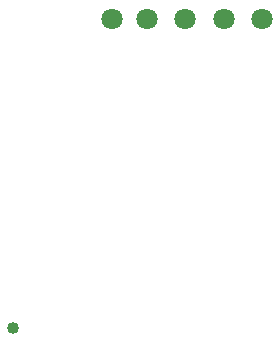
<source format=gbs>
G04 Layer: BottomSolderMaskLayer*
G04 EasyEDA v6.3.22, 2020-01-24T05:25:20+01:00*
G04 ad8136d40ef74d3abd72c227764213de,1e61c1b39cbf46459d8771e8f21e6a9c,10*
G04 Gerber Generator version 0.2*
G04 Scale: 100 percent, Rotated: No, Reflected: No *
G04 Dimensions in millimeters *
G04 leading zeros omitted , absolute positions ,3 integer and 3 decimal *
%FSLAX33Y33*%
%MOMM*%
G90*
G71D02*

%ADD35C,1.803197*%
%ADD40C,1.011199*%

%LPD*%
G54D35*
G01X38310Y51020D03*
G01X41560Y51020D03*
G01X44809Y51020D03*
G01X35059Y51020D03*
G01X32059Y51020D03*
G54D40*
G01X23685Y24864D03*
M00*
M02*

</source>
